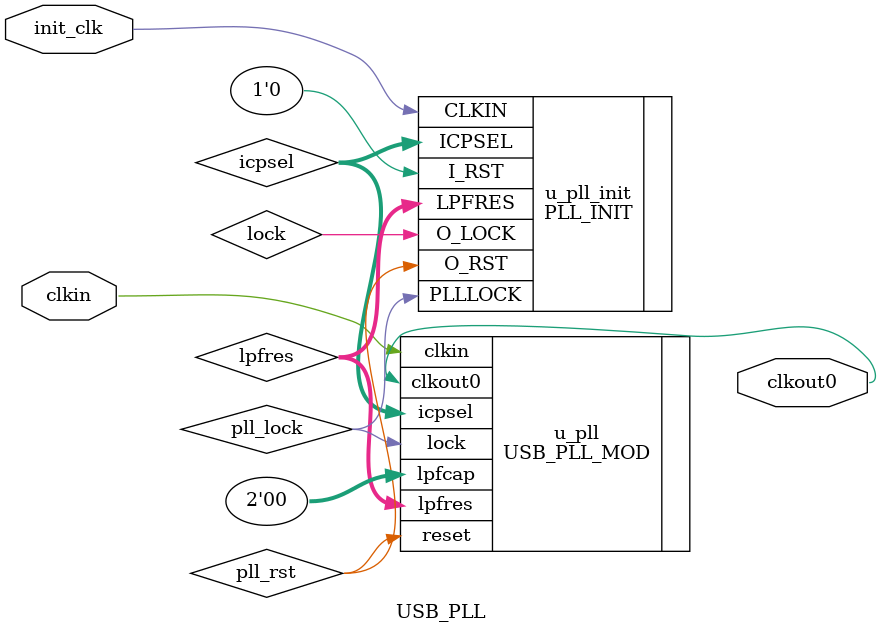
<source format=v>
module USB_PLL(
    clkin,
    init_clk,
    clkout0
);


input clkin;
input init_clk;
output clkout0;
wire lock;
wire [5:0] icpsel;
wire [2:0] lpfres;
wire pll_lock;
wire pll_rst;


    USB_PLL_MOD u_pll(
        .clkout0(clkout0),
        .lock(pll_lock),
        .clkin(clkin),
        .reset(pll_rst),
        .icpsel(icpsel),
        .lpfres(lpfres),
        .lpfcap(2'b00)
    );


    PLL_INIT u_pll_init(
        .CLKIN(init_clk),
        .I_RST(1'b0),
        .O_RST(pll_rst),
        .PLLLOCK(pll_lock),
        .O_LOCK(lock),
        .ICPSEL(icpsel),
        .LPFRES(lpfres)
    );
    defparam u_pll_init.CLK_PERIOD = 42;
    defparam u_pll_init.MULTI_FAC = 28;


endmodule

</source>
